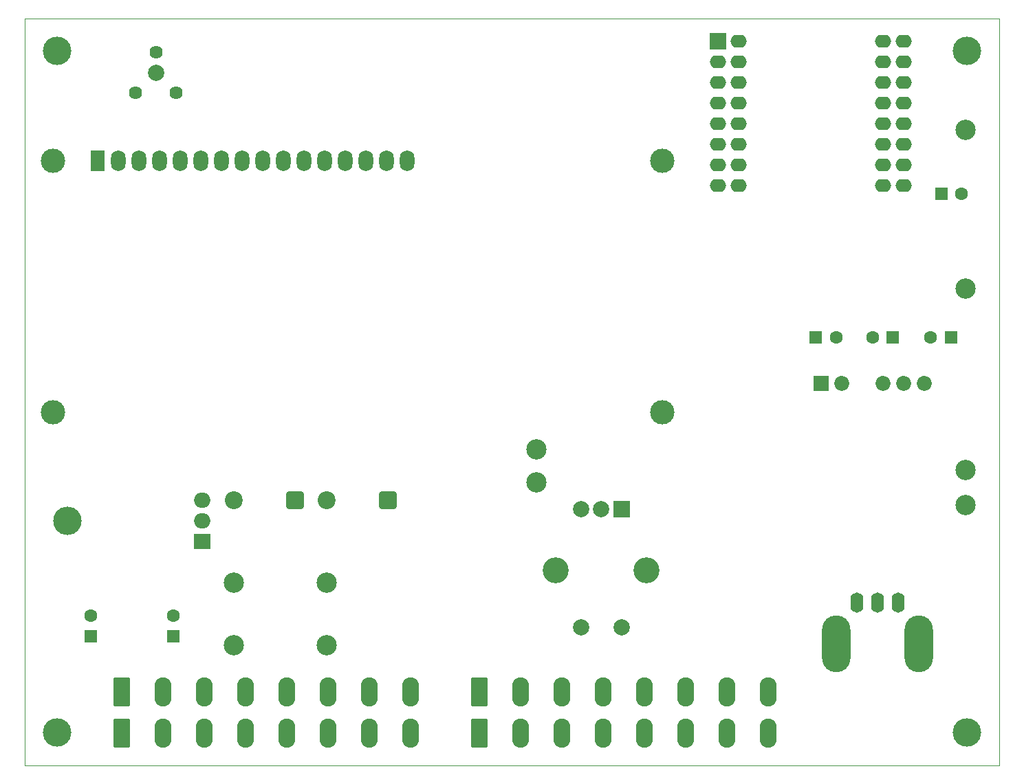
<source format=gbr>
%TF.GenerationSoftware,KiCad,Pcbnew,7.0.7*%
%TF.CreationDate,2024-02-20T18:04:50-10:00*%
%TF.ProjectId,Controller,436f6e74-726f-46c6-9c65-722e6b696361,New*%
%TF.SameCoordinates,Original*%
%TF.FileFunction,Soldermask,Top*%
%TF.FilePolarity,Negative*%
%FSLAX46Y46*%
G04 Gerber Fmt 4.6, Leading zero omitted, Abs format (unit mm)*
G04 Created by KiCad (PCBNEW 7.0.7) date 2024-02-20 18:04:50*
%MOMM*%
%LPD*%
G01*
G04 APERTURE LIST*
G04 Aperture macros list*
%AMRoundRect*
0 Rectangle with rounded corners*
0 $1 Rounding radius*
0 $2 $3 $4 $5 $6 $7 $8 $9 X,Y pos of 4 corners*
0 Add a 4 corners polygon primitive as box body*
4,1,4,$2,$3,$4,$5,$6,$7,$8,$9,$2,$3,0*
0 Add four circle primitives for the rounded corners*
1,1,$1+$1,$2,$3*
1,1,$1+$1,$4,$5*
1,1,$1+$1,$6,$7*
1,1,$1+$1,$8,$9*
0 Add four rect primitives between the rounded corners*
20,1,$1+$1,$2,$3,$4,$5,0*
20,1,$1+$1,$4,$5,$6,$7,0*
20,1,$1+$1,$6,$7,$8,$9,0*
20,1,$1+$1,$8,$9,$2,$3,0*%
G04 Aperture macros list end*
%ADD10C,2.500000*%
%ADD11RoundRect,0.341000X-0.759000X0.759000X-0.759000X-0.759000X0.759000X-0.759000X0.759000X0.759000X0*%
%ADD12C,2.200000*%
%ADD13C,3.500000*%
%ADD14O,3.500000X3.500000*%
%ADD15R,2.000000X1.905000*%
%ADD16O,2.000000X1.905000*%
%ADD17O,1.600000X2.500000*%
%ADD18O,3.500000X7.000000*%
%ADD19RoundRect,0.249997X-0.790003X-1.550003X0.790003X-1.550003X0.790003X1.550003X-0.790003X1.550003X0*%
%ADD20O,2.080000X3.600000*%
%ADD21C,3.000000*%
%ADD22R,1.800000X2.600000*%
%ADD23O,1.800000X2.600000*%
%ADD24R,1.600000X1.600000*%
%ADD25C,1.600000*%
%ADD26R,1.850000X1.850000*%
%ADD27C,1.850000*%
%ADD28R,2.000000X2.000000*%
%ADD29O,2.000000X1.600000*%
%ADD30C,2.000000*%
%ADD31C,3.200000*%
%ADD32C,1.620000*%
%TA.AperFunction,Profile*%
%ADD33C,0.050000*%
%TD*%
G04 APERTURE END LIST*
D10*
%TO.C,TP4*%
X104648000Y-108712000D03*
%TD*%
%TO.C,TP1*%
X157480000Y-88900000D03*
%TD*%
%TO.C,TP3*%
X157480000Y-111252000D03*
%TD*%
%TO.C,TP5*%
X104648000Y-112776000D03*
%TD*%
%TO.C,TP0*%
X157480000Y-69342000D03*
%TD*%
D11*
%TO.C,K1*%
X74930000Y-114935000D03*
D10*
X67330000Y-125135000D03*
X67330000Y-132835000D03*
D12*
X67330000Y-114935000D03*
%TD*%
D11*
%TO.C,K2*%
X86360000Y-114935000D03*
D10*
X78760000Y-125135000D03*
X78760000Y-132835000D03*
D12*
X78760000Y-114935000D03*
%TD*%
D13*
%TO.C,H4*%
X45600000Y-143600000D03*
%TD*%
%TO.C,H3*%
X157600000Y-143600000D03*
%TD*%
%TO.C,H1*%
X45600000Y-59600000D03*
%TD*%
%TO.C,H2*%
X157600000Y-59600000D03*
%TD*%
D14*
%TO.C,U2*%
X46840000Y-117475000D03*
D15*
X63500000Y-120015000D03*
D16*
X63500000Y-117475000D03*
X63500000Y-114935000D03*
%TD*%
D17*
%TO.C,J3*%
X146600000Y-127600000D03*
D18*
X151680000Y-132680000D03*
D17*
X149140000Y-127600000D03*
X144060000Y-127600000D03*
D18*
X141520000Y-132680000D03*
%TD*%
D19*
%TO.C,J1*%
X53600000Y-138600000D03*
X53600000Y-143680000D03*
D20*
X58680000Y-138600000D03*
X58680000Y-143680000D03*
X63760000Y-138600000D03*
X63760000Y-143680000D03*
X68840000Y-138600000D03*
X68840000Y-143680000D03*
X73920000Y-138600000D03*
X73920000Y-143680000D03*
X79000000Y-138600000D03*
X79000000Y-143680000D03*
X84080000Y-138600000D03*
X84080000Y-143680000D03*
X89160000Y-138600000D03*
X89160000Y-143680000D03*
%TD*%
D19*
%TO.C,J2*%
X97600000Y-138600000D03*
X97600000Y-143680000D03*
D20*
X102680000Y-138600000D03*
X102680000Y-143680000D03*
X107760000Y-138600000D03*
X107760000Y-143680000D03*
X112840000Y-138600000D03*
X112840000Y-143680000D03*
X117920000Y-138600000D03*
X117920000Y-143680000D03*
X123000000Y-138600000D03*
X123000000Y-143680000D03*
X128080000Y-138600000D03*
X128080000Y-143680000D03*
X133160000Y-138600000D03*
X133160000Y-143680000D03*
%TD*%
D21*
%TO.C,DS1*%
X45100900Y-73100000D03*
X45100900Y-104100700D03*
X120099480Y-104100700D03*
X120100000Y-73100000D03*
D22*
X50600000Y-73100000D03*
D23*
X53140000Y-73100000D03*
X55680000Y-73100000D03*
X58220000Y-73100000D03*
X60760000Y-73100000D03*
X63300000Y-73100000D03*
X65840000Y-73100000D03*
X68380000Y-73100000D03*
X70920000Y-73100000D03*
X73460000Y-73100000D03*
X76000000Y-73100000D03*
X78540000Y-73100000D03*
X81080000Y-73100000D03*
X83620000Y-73100000D03*
X86160000Y-73100000D03*
X88700000Y-73100000D03*
%TD*%
D24*
%TO.C,C8*%
X155637113Y-94867000D03*
D25*
X153137113Y-94867000D03*
%TD*%
D24*
%TO.C,C2*%
X49784000Y-131708651D03*
D25*
X49784000Y-129208651D03*
%TD*%
D24*
%TO.C,C3*%
X154472000Y-77216000D03*
D25*
X156972000Y-77216000D03*
%TD*%
D26*
%TO.C,PS1*%
X139700000Y-100584000D03*
D27*
X142240000Y-100584000D03*
X147320000Y-100584000D03*
X149860000Y-100584000D03*
X152400000Y-100584000D03*
%TD*%
D24*
%TO.C,C7*%
X139025621Y-94867000D03*
D25*
X141525621Y-94867000D03*
%TD*%
D24*
%TO.C,C9*%
X148502380Y-94867000D03*
D25*
X146002380Y-94867000D03*
%TD*%
D24*
%TO.C,C1*%
X59944000Y-131708651D03*
D25*
X59944000Y-129208651D03*
%TD*%
D10*
%TO.C,TP2*%
X157480000Y-115570000D03*
%TD*%
D28*
%TO.C,U1*%
X127000000Y-58420000D03*
D29*
X127000000Y-60960000D03*
X127000000Y-63500000D03*
X127000000Y-66040000D03*
X127000000Y-68580000D03*
X127000000Y-71120000D03*
X127000000Y-73660000D03*
X127000000Y-76200000D03*
X149860000Y-76200000D03*
X149860000Y-73660000D03*
X149860000Y-71120000D03*
X149860000Y-68580000D03*
X149860000Y-66040000D03*
X149860000Y-63500000D03*
X149860000Y-60960000D03*
X149860000Y-58420000D03*
X129540000Y-58420000D03*
X129540000Y-60960000D03*
X129540000Y-63500000D03*
X129540000Y-66040000D03*
X129540000Y-68580000D03*
X129540000Y-71120000D03*
X129540000Y-73660000D03*
X129540000Y-76200000D03*
X147320000Y-76200000D03*
X147320000Y-73660000D03*
X147320000Y-71120000D03*
X147320000Y-68580000D03*
X147320000Y-66040000D03*
X147320000Y-63500000D03*
X147320000Y-60960000D03*
X147320000Y-58420000D03*
%TD*%
D30*
%TO.C,S1*%
X115100000Y-130600000D03*
X110100000Y-130600000D03*
D31*
X107000000Y-123600000D03*
X118200000Y-123600000D03*
D30*
X112600000Y-116100000D03*
X110100000Y-116100000D03*
D28*
X115100000Y-116100000D03*
%TD*%
D30*
%TO.C,R51*%
X57785000Y-62270000D03*
D32*
X60285000Y-64770000D03*
X57785000Y-59770000D03*
X55285000Y-64770000D03*
%TD*%
D33*
X161600000Y-147600000D02*
X41600000Y-147600000D01*
X41600000Y-147600000D02*
X41600000Y-55600000D01*
X41600000Y-55600000D02*
X161600000Y-55600000D01*
X161600000Y-55600000D02*
X161600000Y-147600000D01*
M02*

</source>
